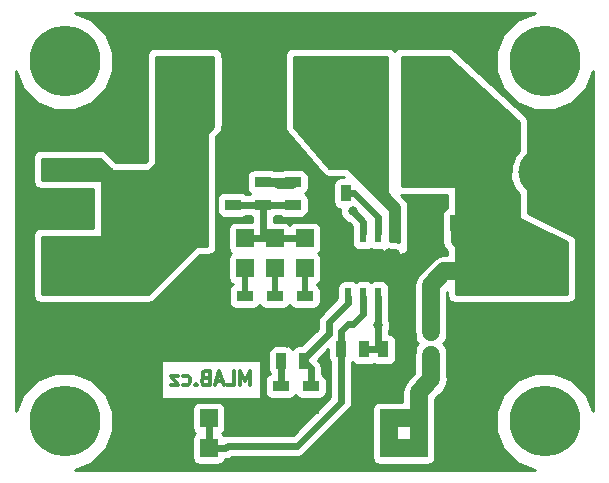
<source format=gbr>
G04 #@! TF.FileFunction,Copper,L2,Bot,Signal*
%FSLAX46Y46*%
G04 Gerber Fmt 4.6, Leading zero omitted, Abs format (unit mm)*
G04 Created by KiCad (PCBNEW 4.0.3-stable) date 09/22/16 07:48:20*
%MOMM*%
%LPD*%
G01*
G04 APERTURE LIST*
%ADD10C,0.500000*%
%ADD11C,0.300000*%
%ADD12R,3.300000X2.410000*%
%ADD13R,0.600000X1.550000*%
%ADD14R,1.397000X0.889000*%
%ADD15R,0.889000X1.397000*%
%ADD16R,3.810000X3.810000*%
%ADD17C,6.000000*%
%ADD18R,3.000000X5.500000*%
%ADD19R,1.524000X1.524000*%
%ADD20R,2.499360X2.301240*%
%ADD21R,1.800860X2.499360*%
%ADD22R,2.700020X2.550160*%
%ADD23R,2.550160X2.700020*%
%ADD24R,4.000000X4.000000*%
%ADD25C,4.000000*%
%ADD26C,0.800000*%
%ADD27C,0.600000*%
%ADD28C,0.800000*%
%ADD29C,1.500000*%
%ADD30C,0.900000*%
%ADD31C,0.254000*%
G04 APERTURE END LIST*
D10*
D11*
X20760915Y8143943D02*
X20760915Y9343943D01*
X20360915Y8486800D01*
X19960915Y9343943D01*
X19960915Y8143943D01*
X18818057Y8143943D02*
X19389486Y8143943D01*
X19389486Y9343943D01*
X18475200Y8486800D02*
X17903771Y8486800D01*
X18589485Y8143943D02*
X18189485Y9343943D01*
X17789485Y8143943D01*
X16989486Y8772514D02*
X16818057Y8715371D01*
X16760914Y8658229D01*
X16703771Y8543943D01*
X16703771Y8372514D01*
X16760914Y8258229D01*
X16818057Y8201086D01*
X16932343Y8143943D01*
X17389486Y8143943D01*
X17389486Y9343943D01*
X16989486Y9343943D01*
X16875200Y9286800D01*
X16818057Y9229657D01*
X16760914Y9115371D01*
X16760914Y9001086D01*
X16818057Y8886800D01*
X16875200Y8829657D01*
X16989486Y8772514D01*
X17389486Y8772514D01*
X16189486Y8258229D02*
X16132343Y8201086D01*
X16189486Y8143943D01*
X16246629Y8201086D01*
X16189486Y8258229D01*
X16189486Y8143943D01*
X15103771Y8201086D02*
X15218057Y8143943D01*
X15446628Y8143943D01*
X15560914Y8201086D01*
X15618057Y8258229D01*
X15675200Y8372514D01*
X15675200Y8715371D01*
X15618057Y8829657D01*
X15560914Y8886800D01*
X15446628Y8943943D01*
X15218057Y8943943D01*
X15103771Y8886800D01*
X14703771Y8943943D02*
X14075200Y8943943D01*
X14703771Y8143943D01*
X14075200Y8143943D01*
D12*
X30988000Y18288000D03*
D13*
X32893000Y15588000D03*
X31623000Y15588000D03*
X30353000Y15588000D03*
X29083000Y15588000D03*
X29083000Y20988000D03*
X30353000Y20988000D03*
X31623000Y20988000D03*
X32893000Y20988000D03*
D14*
X25400000Y15684500D03*
X25400000Y13779500D03*
X20320000Y15684500D03*
X20320000Y13779500D03*
X22860000Y15684500D03*
X22860000Y13779500D03*
X24384000Y25336500D03*
X24384000Y23431500D03*
D15*
X30416500Y11176000D03*
X28511500Y11176000D03*
X25336500Y10160000D03*
X23431500Y10160000D03*
D16*
X45640000Y12700000D03*
X40640000Y12700000D03*
X45640000Y17780000D03*
X40640000Y17780000D03*
X5160000Y12700000D03*
X10160000Y12700000D03*
X5160000Y17780000D03*
X10160000Y17780000D03*
D17*
X5080000Y5080000D03*
X45720000Y35560000D03*
X5080000Y35560000D03*
X45720000Y5080000D03*
D18*
X16336000Y33020000D03*
X26336000Y33020000D03*
D19*
X6350000Y23876000D03*
X3810000Y23876000D03*
X6350000Y26416000D03*
X3810000Y26416000D03*
X14732000Y2794000D03*
X14732000Y5334000D03*
X32512000Y5334000D03*
X32512000Y2794000D03*
X35052000Y5334000D03*
X35052000Y2794000D03*
X37592000Y5334000D03*
X37592000Y2794000D03*
X25400000Y20574000D03*
X25400000Y18034000D03*
X20320000Y20574000D03*
X20320000Y18034000D03*
X22860000Y20574000D03*
X22860000Y18034000D03*
X6350000Y28956000D03*
X3810000Y28956000D03*
X17272000Y2794000D03*
X17272000Y5334000D03*
X29972000Y5334000D03*
X29972000Y2794000D03*
D20*
X30871160Y27940000D03*
X35168840Y27940000D03*
X30871160Y34544000D03*
X35168840Y34544000D03*
D21*
X11176000Y28922980D03*
X11176000Y24925020D03*
D14*
X19304000Y23431500D03*
X19304000Y25336500D03*
D15*
X38100000Y21844000D03*
X36195000Y21844000D03*
D14*
X21844000Y25336500D03*
X21844000Y23431500D03*
D15*
X28892500Y24384000D03*
X26987500Y24384000D03*
D14*
X25908000Y8064500D03*
X25908000Y6159500D03*
X23368000Y8064500D03*
X23368000Y6159500D03*
D15*
X32067500Y11176000D03*
X33972500Y11176000D03*
X13144500Y32004000D03*
X11239500Y32004000D03*
X13144500Y34544000D03*
X11239500Y34544000D03*
D22*
X15748000Y15621000D03*
X15748000Y21971000D03*
D23*
X48387000Y28956000D03*
X42037000Y28956000D03*
X48387000Y23368000D03*
X42037000Y23368000D03*
D15*
X36131500Y8636000D03*
X38036500Y8636000D03*
D14*
X36068000Y12636500D03*
X36068000Y10731500D03*
D24*
X40466000Y26162000D03*
D25*
X45466000Y26162000D03*
D26*
X26924000Y24434800D03*
X46024800Y23672800D03*
X48869600Y31496000D03*
X46177200Y30480000D03*
X48387000Y28956000D03*
X45720000Y28498800D03*
X47498000Y26619200D03*
X48920400Y26263600D03*
X48387000Y23368000D03*
X48818800Y21082000D03*
X49072800Y18389600D03*
X11379200Y8128000D03*
X12700000Y8178800D03*
X12801600Y9550402D03*
X11684000Y9702798D03*
X20828000Y5969000D03*
X19812000Y4699000D03*
X22098000Y4572000D03*
X24003000Y4699000D03*
X21209000Y1397000D03*
X27559000Y2159000D03*
X26289006Y1778000D03*
X24765000Y1397000D03*
X23241000Y1397000D03*
X19558000Y1397000D03*
X28702000Y4445000D03*
X32512000Y7112000D03*
X26416000Y25781000D03*
X10160000Y8128000D03*
X8636000Y8128000D03*
X9652000Y6096000D03*
X9652000Y3556000D03*
X9144000Y1524000D03*
X18288000Y21844000D03*
X18288000Y20828000D03*
X18288000Y19304000D03*
X17272000Y18288000D03*
X18288000Y17272000D03*
X23368000Y29464000D03*
X22352000Y30480000D03*
X20828000Y30480000D03*
X19304000Y30480000D03*
X18796000Y29464000D03*
X18288000Y28448000D03*
X22352000Y26924000D03*
X23368000Y27940000D03*
X21336000Y26924000D03*
X20320000Y26924000D03*
X18796000Y26924000D03*
X38100000Y1524000D03*
X39116000Y2540000D03*
X39116000Y4064000D03*
X39116000Y5588000D03*
X27940000Y3556000D03*
X39116000Y36576000D03*
X37592000Y37592000D03*
X36068000Y37592000D03*
X34036000Y37592000D03*
X32512000Y37592000D03*
X30988000Y37592000D03*
X29464000Y37592000D03*
X27940000Y37592000D03*
X26416000Y37592000D03*
X24892000Y37592000D03*
X23368000Y37592000D03*
X21844000Y37592000D03*
X20320000Y37592000D03*
X18288000Y37592000D03*
X16256000Y37592000D03*
X14224000Y37592000D03*
X11176000Y37592000D03*
X9652000Y34544000D03*
X9144000Y32512000D03*
X7620000Y30988000D03*
X5588000Y30988000D03*
X3556000Y30988000D03*
X1524000Y30988000D03*
X1524000Y28956000D03*
X1524000Y27432000D03*
X1524000Y25908000D03*
X6096000Y22352000D03*
X4572000Y22352000D03*
X3048000Y22352000D03*
X1524000Y24384000D03*
X1524000Y22860000D03*
X1524000Y20828000D03*
X1524000Y19304000D03*
X1524000Y17780000D03*
X1524000Y16256000D03*
X31496000Y7112000D03*
X32004000Y9144000D03*
X29972000Y9144000D03*
X29972000Y7112000D03*
X38100000Y14732000D03*
X38100000Y13716000D03*
X38100000Y12192000D03*
X38100000Y11176000D03*
X38100000Y10160000D03*
X39116000Y10160000D03*
X40640000Y9652000D03*
X41656000Y9652000D03*
X43180000Y9652000D03*
X44704000Y9652000D03*
X46228000Y9652000D03*
X47752000Y9652000D03*
X48768000Y10160000D03*
X48768000Y11684000D03*
X48768000Y13208000D03*
X48768000Y14732000D03*
X23876000Y11684000D03*
X21844000Y11684000D03*
X20320000Y11684000D03*
X18796000Y11684000D03*
X17780000Y12700000D03*
X16256000Y12700000D03*
X14732000Y12700000D03*
X13208000Y14224000D03*
X13208000Y12700000D03*
X13208000Y11684000D03*
X13208000Y10668000D03*
X10668000Y9652000D03*
X9144000Y9652000D03*
X7620000Y9652000D03*
X6096000Y9652000D03*
X4572000Y9652000D03*
X3048000Y9652000D03*
X2032000Y10668000D03*
X2032000Y11684000D03*
X2032000Y12700000D03*
X2032000Y13716000D03*
X27432000Y16002000D03*
X27432000Y17272000D03*
X27432000Y18796000D03*
X27432000Y20320000D03*
X33020000Y13208000D03*
X34036000Y12700000D03*
X34036000Y13716000D03*
X34036000Y14732000D03*
X34036000Y15748000D03*
X34036000Y16764000D03*
X33528000Y18288000D03*
X35052000Y17780000D03*
X35560000Y18796000D03*
X36068000Y20320000D03*
X36576000Y23876000D03*
X35560000Y23876000D03*
X34544000Y23368000D03*
X34544000Y22352000D03*
X34544000Y21336000D03*
X34544000Y20320000D03*
X34544000Y19304000D03*
X32512000Y17272000D03*
X32512000Y19304000D03*
X29464000Y17272000D03*
X29464000Y19304000D03*
X30988000Y18288000D03*
X15240000Y19558000D03*
X31623000Y13208000D03*
X29464000Y22860000D03*
X23114002Y25273000D03*
X34290000Y25527000D03*
D27*
X26974800Y24384000D02*
X26924000Y24434800D01*
X26987500Y24384000D02*
X26974800Y24384000D01*
D11*
X46329600Y23672800D02*
X46024800Y23672800D01*
X48920400Y26263600D02*
X46329600Y23672800D01*
X46177200Y30480000D02*
X47853600Y30480000D01*
X47853600Y30480000D02*
X48869600Y31496000D01*
X47498000Y26619200D02*
X47498000Y26720800D01*
X47498000Y26720800D02*
X45720000Y28498800D01*
X48818800Y21082000D02*
X48818800Y22936200D01*
X48818800Y22936200D02*
X48387000Y23368000D01*
X48768000Y14732000D02*
X48768000Y18084800D01*
X48768000Y18084800D02*
X49072800Y18389600D01*
D27*
X11379200Y7562315D02*
X11379200Y8128000D01*
X11379200Y3759200D02*
X11379200Y7562315D01*
X9144000Y1524000D02*
X11379200Y3759200D01*
X12801600Y10116087D02*
X12801600Y9550402D01*
X12801600Y10261600D02*
X12801600Y10116087D01*
X13208000Y10668000D02*
X12801600Y10261600D01*
X11633202Y9652000D02*
X11684000Y9702798D01*
X10668000Y9652000D02*
X11633202Y9652000D01*
D10*
X20828000Y5969000D02*
X20701000Y5842000D01*
X20701000Y5842000D02*
X20320000Y5842000D01*
X22098000Y4572000D02*
X19939000Y4572000D01*
X19939000Y4572000D02*
X19812000Y4699000D01*
X25908000Y6159500D02*
X25463500Y6159500D01*
X25463500Y6159500D02*
X24003000Y4699000D01*
D27*
X23241000Y1397000D02*
X21209000Y1397000D01*
X27831999Y2431999D02*
X27559000Y2159000D01*
X28194002Y2794000D02*
X27832001Y2431999D01*
X29972000Y2794000D02*
X28194002Y2794000D01*
X27940000Y2539998D02*
X27832001Y2431999D01*
X27832001Y2431999D02*
X27831999Y2431999D01*
X27940000Y3556000D02*
X27940000Y2539998D01*
X25908006Y1397000D02*
X26289006Y1778000D01*
X24765000Y1397000D02*
X25908006Y1397000D01*
X32258000Y8001000D02*
X29101999Y4844999D01*
X29101999Y4844999D02*
X28702000Y4445000D01*
X32512000Y7112000D02*
X32258000Y8001000D01*
X8636000Y8128000D02*
X10160000Y8128000D01*
X9652000Y3556000D02*
X9652000Y6096000D01*
X18288000Y20828000D02*
X18288000Y21844000D01*
X17272000Y18288000D02*
X18288000Y19304000D01*
X17780000Y12700000D02*
X17780000Y16764000D01*
X17780000Y16764000D02*
X18288000Y17272000D01*
X22352000Y30480000D02*
X23368000Y29464000D01*
X19304000Y30480000D02*
X20828000Y30480000D01*
X18288000Y28448000D02*
X18288000Y28956000D01*
X18288000Y28956000D02*
X18796000Y29464000D01*
X23368000Y27940000D02*
X22352000Y26924000D01*
X20320000Y26924000D02*
X21336000Y26924000D01*
X19304000Y25336500D02*
X19304000Y26416000D01*
X19304000Y26416000D02*
X18796000Y26924000D01*
X39116000Y2540000D02*
X38100000Y1524000D01*
X39116000Y5588000D02*
X39116000Y4064000D01*
X37592000Y37592000D02*
X38100000Y37592000D01*
X38100000Y37592000D02*
X39116000Y36576000D01*
X34036000Y37592000D02*
X36068000Y37592000D01*
X30988000Y37592000D02*
X32512000Y37592000D01*
X27940000Y37592000D02*
X29464000Y37592000D01*
X24892000Y37592000D02*
X26416000Y37592000D01*
X21844000Y37592000D02*
X23368000Y37592000D01*
X18288000Y37592000D02*
X20320000Y37592000D01*
X14224000Y37592000D02*
X16256000Y37592000D01*
X9652000Y34544000D02*
X9652000Y36068000D01*
X9652000Y36068000D02*
X11176000Y37592000D01*
X11239500Y34544000D02*
X11176000Y34544000D01*
X11176000Y34544000D02*
X9144000Y32512000D01*
X3556000Y30988000D02*
X5588000Y30988000D01*
X1524000Y28956000D02*
X1524000Y30988000D01*
X1524000Y25908000D02*
X1524000Y27432000D01*
X4572000Y22352000D02*
X6096000Y22352000D01*
X1524000Y24384000D02*
X1524000Y23876000D01*
X1524000Y23876000D02*
X3048000Y22352000D01*
X1524000Y20828000D02*
X1524000Y22860000D01*
X1524000Y17780000D02*
X1524000Y19304000D01*
X2032000Y13716000D02*
X2032000Y15748000D01*
X2032000Y15748000D02*
X1524000Y16256000D01*
X29972000Y9144000D02*
X32004000Y9144000D01*
X29972000Y5334000D02*
X29972000Y7112000D01*
X38100000Y13716000D02*
X38100000Y14732000D01*
X38100000Y11176000D02*
X38100000Y12192000D01*
X39116000Y10160000D02*
X38100000Y10160000D01*
X41656000Y9652000D02*
X40640000Y9652000D01*
X44704000Y9652000D02*
X43180000Y9652000D01*
X47752000Y9652000D02*
X46228000Y9652000D01*
X48768000Y11684000D02*
X48768000Y10160000D01*
X48768000Y14732000D02*
X48768000Y13208000D01*
X21844000Y11684000D02*
X23876000Y11684000D01*
X18796000Y11684000D02*
X20320000Y11684000D01*
X16256000Y12700000D02*
X17780000Y12700000D01*
X13208000Y14224000D02*
X14732000Y12700000D01*
X13208000Y11684000D02*
X13208000Y12700000D01*
X7620000Y9652000D02*
X9144000Y9652000D01*
X4572000Y9652000D02*
X6096000Y9652000D01*
X2032000Y10668000D02*
X3048000Y9652000D01*
X2032000Y12700000D02*
X2032000Y11684000D01*
X5160000Y12700000D02*
X3048000Y12700000D01*
X3048000Y12700000D02*
X2032000Y13716000D01*
X27432000Y18796000D02*
X27432000Y17272000D01*
X29464000Y19304000D02*
X28448000Y19304000D01*
X28448000Y19304000D02*
X27432000Y20320000D01*
X34036000Y13716000D02*
X34036000Y12700000D01*
X34036000Y15748000D02*
X34036000Y14732000D01*
X33528000Y18288000D02*
X33528000Y17272000D01*
X33528000Y17272000D02*
X34036000Y16764000D01*
X35560000Y18796000D02*
X35560000Y18288000D01*
X35560000Y18288000D02*
X35052000Y17780000D01*
X36576000Y23876000D02*
X36576000Y20828000D01*
X36576000Y20828000D02*
X36068000Y20320000D01*
X34544000Y23368000D02*
X35052000Y23368000D01*
X35052000Y23368000D02*
X35560000Y23876000D01*
X34544000Y21336000D02*
X34544000Y22352000D01*
X34544000Y19304000D02*
X34544000Y20320000D01*
D28*
X33020000Y19304000D02*
X32512000Y19304000D01*
D27*
X30988000Y18288000D02*
X31496000Y18288000D01*
X31496000Y18288000D02*
X32512000Y19304000D01*
X30988000Y18288000D02*
X30480000Y18288000D01*
X30480000Y18288000D02*
X29464000Y19304000D01*
D28*
X32893000Y15588000D02*
X32893000Y17145000D01*
X32893000Y17145000D02*
X33020000Y17272000D01*
X15410080Y19558000D02*
X15240000Y19558000D01*
X15748000Y19895920D02*
X15410080Y19558000D01*
X15748000Y21971000D02*
X15748000Y19895920D01*
D27*
X31623000Y15588000D02*
X31623000Y13208000D01*
X31623000Y13208000D02*
X31623000Y11620500D01*
X31623000Y11620500D02*
X32067500Y11176000D01*
X30416500Y11176000D02*
X32067500Y11176000D01*
X23431500Y10160000D02*
X23431500Y8128000D01*
X23431500Y8128000D02*
X23368000Y8064500D01*
X25908000Y8064500D02*
X25908000Y9588500D01*
X25908000Y9588500D02*
X25336500Y10160000D01*
X27432000Y12509500D02*
X25336500Y10414000D01*
X29083000Y15588000D02*
X29083000Y15113000D01*
X29083000Y15113000D02*
X27432000Y13462000D01*
X27432000Y13462000D02*
X27432000Y12509500D01*
X25336500Y10414000D02*
X25336500Y10160000D01*
X29602000Y24384000D02*
X28892500Y24384000D01*
X31623000Y20988000D02*
X31623000Y22363000D01*
X31623000Y22363000D02*
X29602000Y24384000D01*
X30353000Y20988000D02*
X30353000Y21971000D01*
X30353000Y21971000D02*
X29464000Y22860000D01*
X20320000Y20574000D02*
X21844000Y20574000D01*
X21844000Y20574000D02*
X22860000Y20574000D01*
X21844000Y23431500D02*
X21844000Y20574000D01*
X22860000Y20574000D02*
X25400000Y20574000D01*
X21844000Y23431500D02*
X24384000Y23431500D01*
X19304000Y23431500D02*
X21844000Y23431500D01*
X28511500Y11176000D02*
X28511500Y6750502D01*
X18872001Y3032001D02*
X18634000Y2794000D01*
X28511500Y6750502D02*
X24792999Y3032001D01*
X24792999Y3032001D02*
X18872001Y3032001D01*
X18634000Y2794000D02*
X17272000Y2794000D01*
X17272000Y2794000D02*
X17272000Y5334000D01*
X29072000Y13324000D02*
X28511500Y12763500D01*
X28511500Y12763500D02*
X28511500Y11176000D01*
X29464000Y13324000D02*
X29072000Y13324000D01*
X30353000Y15588000D02*
X30353000Y14213000D01*
X30353000Y14213000D02*
X29464000Y13324000D01*
D10*
X22860000Y18034000D02*
X22860000Y15684500D01*
X20320000Y18034000D02*
X20320000Y15684500D01*
X25400000Y18034000D02*
X25400000Y15684500D01*
D29*
X40640000Y17780000D02*
X37235000Y17780000D01*
X37235000Y17780000D02*
X36068000Y16613000D01*
X36068000Y16613000D02*
X36068000Y14581000D01*
X36068000Y14581000D02*
X36068000Y12636500D01*
D30*
X24320500Y25273000D02*
X23679687Y25273000D01*
X24384000Y25336500D02*
X24320500Y25273000D01*
X23679687Y25273000D02*
X23114002Y25273000D01*
D28*
X21844000Y25336500D02*
X24384000Y25336500D01*
X38100000Y21844000D02*
X38100000Y20320000D01*
X38100000Y20320000D02*
X40640000Y17780000D01*
D29*
X36131500Y8636000D02*
X35052000Y7556500D01*
X35052000Y7556500D02*
X35052000Y5334000D01*
X36068000Y10731500D02*
X36068000Y8699500D01*
X36068000Y8699500D02*
X36131500Y8636000D01*
X32512000Y2794000D02*
X32512000Y5334000D01*
X32512000Y2794000D02*
X35052000Y2794000D01*
X35052000Y5334000D02*
X32512000Y5334000D01*
X35052000Y5334000D02*
X35052000Y2794000D01*
D31*
G36*
X17653000Y30024606D02*
X17182197Y29553803D01*
X17154334Y29511789D01*
X17145000Y29464000D01*
X17145000Y19939000D01*
X16256000Y19939000D01*
X16206590Y19928994D01*
X16166197Y19901803D01*
X12139394Y15875000D01*
X3175000Y15875000D01*
X3175000Y20701000D01*
X8128000Y20701000D01*
X8177410Y20711006D01*
X8219035Y20739447D01*
X8246315Y20781841D01*
X8255000Y20828000D01*
X8255000Y25400000D01*
X8244994Y25449410D01*
X8216553Y25491035D01*
X8174159Y25518315D01*
X8128000Y25527000D01*
X3175000Y25527000D01*
X3175000Y27305000D01*
X8075394Y27305000D01*
X9054197Y26326197D01*
X9096211Y26298334D01*
X9144000Y26289000D01*
X12192000Y26289000D01*
X12241410Y26299006D01*
X12281803Y26326197D01*
X12789803Y26834197D01*
X12817666Y26876211D01*
X12827000Y26924000D01*
X12827000Y35941000D01*
X17653000Y35941000D01*
X17653000Y30024606D01*
X17653000Y30024606D01*
G37*
X17653000Y30024606D02*
X17182197Y29553803D01*
X17154334Y29511789D01*
X17145000Y29464000D01*
X17145000Y19939000D01*
X16256000Y19939000D01*
X16206590Y19928994D01*
X16166197Y19901803D01*
X12139394Y15875000D01*
X3175000Y15875000D01*
X3175000Y20701000D01*
X8128000Y20701000D01*
X8177410Y20711006D01*
X8219035Y20739447D01*
X8246315Y20781841D01*
X8255000Y20828000D01*
X8255000Y25400000D01*
X8244994Y25449410D01*
X8216553Y25491035D01*
X8174159Y25518315D01*
X8128000Y25527000D01*
X3175000Y25527000D01*
X3175000Y27305000D01*
X8075394Y27305000D01*
X9054197Y26326197D01*
X9096211Y26298334D01*
X9144000Y26289000D01*
X12192000Y26289000D01*
X12241410Y26299006D01*
X12281803Y26326197D01*
X12789803Y26834197D01*
X12817666Y26876211D01*
X12827000Y26924000D01*
X12827000Y35941000D01*
X17653000Y35941000D01*
X17653000Y30024606D01*
G36*
X43561000Y30424132D02*
X43561000Y27983528D01*
X43233458Y27656557D01*
X42831458Y26688433D01*
X42830543Y25640166D01*
X43230853Y24671342D01*
X43561000Y24340618D01*
X43561000Y22352000D01*
X43571006Y22302590D01*
X43599447Y22260965D01*
X43631204Y22238408D01*
X47625000Y20241510D01*
X47625000Y15875000D01*
X38227000Y15875000D01*
X38227000Y24892000D01*
X38216994Y24941410D01*
X38188553Y24983035D01*
X38146159Y25010315D01*
X38100000Y25019000D01*
X33655000Y25019000D01*
X33655000Y35941000D01*
X37542599Y35941000D01*
X43561000Y30424132D01*
X43561000Y30424132D01*
G37*
X43561000Y30424132D02*
X43561000Y27983528D01*
X43233458Y27656557D01*
X42831458Y26688433D01*
X42830543Y25640166D01*
X43230853Y24671342D01*
X43561000Y24340618D01*
X43561000Y22352000D01*
X43571006Y22302590D01*
X43599447Y22260965D01*
X43631204Y22238408D01*
X47625000Y20241510D01*
X47625000Y15875000D01*
X38227000Y15875000D01*
X38227000Y24892000D01*
X38216994Y24941410D01*
X38188553Y24983035D01*
X38146159Y25010315D01*
X38100000Y25019000D01*
X33655000Y25019000D01*
X33655000Y35941000D01*
X37542599Y35941000D01*
X43561000Y30424132D01*
G36*
X32385000Y24384000D02*
X32395006Y24334590D01*
X32422197Y24294197D01*
X33401000Y23315394D01*
X33401000Y20263214D01*
X33020000Y20339000D01*
X32639000Y20339000D01*
X32639000Y22860000D01*
X32628994Y22909410D01*
X32601803Y22949803D01*
X29045803Y26505803D01*
X29003789Y26533666D01*
X28956000Y26543000D01*
X27490413Y26543000D01*
X24511000Y30018981D01*
X24511000Y35941000D01*
X32385000Y35941000D01*
X32385000Y24384000D01*
X32385000Y24384000D01*
G37*
X32385000Y24384000D02*
X32395006Y24334590D01*
X32422197Y24294197D01*
X33401000Y23315394D01*
X33401000Y20263214D01*
X33020000Y20339000D01*
X32639000Y20339000D01*
X32639000Y22860000D01*
X32628994Y22909410D01*
X32601803Y22949803D01*
X29045803Y26505803D01*
X29003789Y26533666D01*
X28956000Y26543000D01*
X27490413Y26543000D01*
X24511000Y30018981D01*
X24511000Y35941000D01*
X32385000Y35941000D01*
X32385000Y24384000D01*
G36*
X43385296Y39060741D02*
X42223340Y37900810D01*
X41593718Y36384513D01*
X41592285Y34742690D01*
X42219259Y33225296D01*
X43379190Y32063340D01*
X44895487Y31433718D01*
X46537310Y31432285D01*
X48054704Y32059259D01*
X49216660Y33219190D01*
X49836000Y34710725D01*
X49836000Y5925662D01*
X49220741Y7414704D01*
X48060810Y8576660D01*
X46544513Y9206282D01*
X44902690Y9207715D01*
X43385296Y8580741D01*
X42223340Y7420810D01*
X41593718Y5904513D01*
X41592285Y4262690D01*
X42219259Y2745296D01*
X43379190Y1583340D01*
X44870725Y964000D01*
X5925662Y964000D01*
X7414704Y1579259D01*
X8576660Y2739190D01*
X9206282Y4255487D01*
X9207715Y5897310D01*
X9125619Y6096000D01*
X15862560Y6096000D01*
X15862560Y4572000D01*
X15906838Y4336683D01*
X16045910Y4120559D01*
X16127770Y4064626D01*
X16058559Y4020090D01*
X15913569Y3807890D01*
X15862560Y3556000D01*
X15862560Y2032000D01*
X15906838Y1796683D01*
X16045910Y1580559D01*
X16258110Y1435569D01*
X16510000Y1384560D01*
X18034000Y1384560D01*
X18269317Y1428838D01*
X18485441Y1567910D01*
X18630431Y1780110D01*
X18646927Y1861571D01*
X18991809Y1930173D01*
X19241486Y2097001D01*
X24792999Y2097001D01*
X25150808Y2168174D01*
X25454144Y2370856D01*
X29172645Y6089357D01*
X29292678Y6269000D01*
X29375327Y6392693D01*
X29387136Y6452058D01*
X29446501Y6750502D01*
X29446500Y6750507D01*
X29446500Y10070575D01*
X29463374Y10095270D01*
X29507910Y10026059D01*
X29720110Y9881069D01*
X29972000Y9830060D01*
X30861000Y9830060D01*
X31096317Y9874338D01*
X31242907Y9968666D01*
X31371110Y9881069D01*
X31623000Y9830060D01*
X32512000Y9830060D01*
X32747317Y9874338D01*
X32963441Y10013410D01*
X33108431Y10225610D01*
X33159440Y10477500D01*
X33159440Y11874500D01*
X33115162Y12109817D01*
X32976090Y12325941D01*
X32763890Y12470931D01*
X32558000Y12512625D01*
X32558000Y12760829D01*
X32657820Y13001223D01*
X32658179Y13412971D01*
X32558000Y13655424D01*
X32558000Y14751569D01*
X32570440Y14813000D01*
X32570440Y16363000D01*
X32526162Y16598317D01*
X32387090Y16814441D01*
X32174890Y16959431D01*
X31923000Y17010440D01*
X31323000Y17010440D01*
X31087683Y16966162D01*
X30988472Y16902322D01*
X30904890Y16959431D01*
X30653000Y17010440D01*
X30053000Y17010440D01*
X29817683Y16966162D01*
X29718472Y16902322D01*
X29634890Y16959431D01*
X29383000Y17010440D01*
X28783000Y17010440D01*
X28547683Y16966162D01*
X28331559Y16827090D01*
X28186569Y16614890D01*
X28135560Y16363000D01*
X28135560Y15487850D01*
X26770855Y14123145D01*
X26568173Y13819809D01*
X26497000Y13462000D01*
X26497000Y12896790D01*
X25106150Y11505940D01*
X24892000Y11505940D01*
X24656683Y11461662D01*
X24440559Y11322590D01*
X24384626Y11240730D01*
X24340090Y11309941D01*
X24127890Y11454931D01*
X23876000Y11505940D01*
X22987000Y11505940D01*
X22751683Y11461662D01*
X22535559Y11322590D01*
X22390569Y11110390D01*
X22339560Y10858500D01*
X22339560Y9461500D01*
X22383838Y9226183D01*
X22454722Y9116027D01*
X22434183Y9112162D01*
X22218059Y8973090D01*
X22073069Y8760890D01*
X22022060Y8509000D01*
X22022060Y7620000D01*
X22066338Y7384683D01*
X22205410Y7168559D01*
X22417610Y7023569D01*
X22669500Y6972560D01*
X24066500Y6972560D01*
X24301817Y7016838D01*
X24517941Y7155910D01*
X24639278Y7333493D01*
X24745410Y7168559D01*
X24957610Y7023569D01*
X25209500Y6972560D01*
X26606500Y6972560D01*
X26841817Y7016838D01*
X27057941Y7155910D01*
X27202931Y7368110D01*
X27253940Y7620000D01*
X27253940Y8509000D01*
X27209662Y8744317D01*
X27070590Y8960441D01*
X26858390Y9105431D01*
X26843000Y9108548D01*
X26843000Y9588500D01*
X26771827Y9946309D01*
X26569145Y10249645D01*
X26531790Y10287000D01*
X27419560Y11174770D01*
X27419560Y10477500D01*
X27463838Y10242183D01*
X27576500Y10067101D01*
X27576500Y7137792D01*
X24405709Y3967001D01*
X18872001Y3967001D01*
X18563588Y3905654D01*
X18498090Y4007441D01*
X18416230Y4063374D01*
X18485441Y4107910D01*
X18630431Y4320110D01*
X18681440Y4572000D01*
X18681440Y6096000D01*
X18637162Y6331317D01*
X18498090Y6547441D01*
X18285890Y6692431D01*
X18034000Y6743440D01*
X16510000Y6743440D01*
X16274683Y6699162D01*
X16058559Y6560090D01*
X15913569Y6347890D01*
X15862560Y6096000D01*
X9125619Y6096000D01*
X8580741Y7414704D01*
X7420810Y8576660D01*
X5904513Y9206282D01*
X4262690Y9207715D01*
X2745296Y8580741D01*
X1583340Y7420810D01*
X964000Y5929275D01*
X964000Y10311800D01*
X13268771Y10311800D01*
X13268771Y6941800D01*
X21681629Y6941800D01*
X21681629Y10311800D01*
X13268771Y10311800D01*
X964000Y10311800D01*
X964000Y27178000D01*
X2400560Y27178000D01*
X2400560Y25654000D01*
X2413000Y25587887D01*
X2413000Y25400000D01*
X2456427Y25169205D01*
X2592827Y24957233D01*
X2800949Y24815029D01*
X3048000Y24765000D01*
X7493000Y24765000D01*
X7493000Y21463000D01*
X3048000Y21463000D01*
X2817205Y21419573D01*
X2605233Y21283173D01*
X2463029Y21075051D01*
X2413000Y20828000D01*
X2413000Y15748000D01*
X2456427Y15517205D01*
X2592827Y15305233D01*
X2800949Y15163029D01*
X3048000Y15113000D01*
X12192000Y15113000D01*
X12430946Y15159672D01*
X12641013Y15298987D01*
X16519026Y19177000D01*
X17272000Y19177000D01*
X17502795Y19220427D01*
X17714767Y19356827D01*
X17856971Y19564949D01*
X17907000Y19812000D01*
X17907000Y23876000D01*
X17958060Y23876000D01*
X17958060Y22987000D01*
X18002338Y22751683D01*
X18141410Y22535559D01*
X18353610Y22390569D01*
X18605500Y22339560D01*
X20002500Y22339560D01*
X20237817Y22383838D01*
X20412899Y22496500D01*
X20738575Y22496500D01*
X20893610Y22390569D01*
X20909000Y22387452D01*
X20909000Y21983440D01*
X19558000Y21983440D01*
X19322683Y21939162D01*
X19106559Y21800090D01*
X18961569Y21587890D01*
X18910560Y21336000D01*
X18910560Y19812000D01*
X18954838Y19576683D01*
X19093910Y19360559D01*
X19175770Y19304626D01*
X19106559Y19260090D01*
X18961569Y19047890D01*
X18910560Y18796000D01*
X18910560Y17272000D01*
X18954838Y17036683D01*
X19093910Y16820559D01*
X19302291Y16678179D01*
X19170059Y16593090D01*
X19025069Y16380890D01*
X18974060Y16129000D01*
X18974060Y15240000D01*
X19018338Y15004683D01*
X19157410Y14788559D01*
X19369610Y14643569D01*
X19621500Y14592560D01*
X21018500Y14592560D01*
X21253817Y14636838D01*
X21469941Y14775910D01*
X21591278Y14953493D01*
X21697410Y14788559D01*
X21909610Y14643569D01*
X22161500Y14592560D01*
X23558500Y14592560D01*
X23793817Y14636838D01*
X24009941Y14775910D01*
X24131278Y14953493D01*
X24237410Y14788559D01*
X24449610Y14643569D01*
X24701500Y14592560D01*
X26098500Y14592560D01*
X26333817Y14636838D01*
X26549941Y14775910D01*
X26694931Y14988110D01*
X26745940Y15240000D01*
X26745940Y16129000D01*
X26701662Y16364317D01*
X26562590Y16580441D01*
X26415805Y16680735D01*
X26613441Y16807910D01*
X26758431Y17020110D01*
X26809440Y17272000D01*
X26809440Y18796000D01*
X26765162Y19031317D01*
X26626090Y19247441D01*
X26544230Y19303374D01*
X26613441Y19347910D01*
X26758431Y19560110D01*
X26809440Y19812000D01*
X26809440Y21336000D01*
X26765162Y21571317D01*
X26626090Y21787441D01*
X26413890Y21932431D01*
X26162000Y21983440D01*
X24638000Y21983440D01*
X24402683Y21939162D01*
X24186559Y21800090D01*
X24130626Y21718230D01*
X24086090Y21787441D01*
X23873890Y21932431D01*
X23622000Y21983440D01*
X22779000Y21983440D01*
X22779000Y22384599D01*
X22952899Y22496500D01*
X23278575Y22496500D01*
X23433610Y22390569D01*
X23685500Y22339560D01*
X25082500Y22339560D01*
X25317817Y22383838D01*
X25533941Y22522910D01*
X25678931Y22735110D01*
X25729940Y22987000D01*
X25729940Y23876000D01*
X25685662Y24111317D01*
X25546590Y24327441D01*
X25464730Y24383374D01*
X25533941Y24427910D01*
X25678931Y24640110D01*
X25729940Y24892000D01*
X25729940Y25781000D01*
X25685662Y26016317D01*
X25546590Y26232441D01*
X25334390Y26377431D01*
X25082500Y26428440D01*
X23685500Y26428440D01*
X23450183Y26384162D01*
X23430506Y26371500D01*
X22803070Y26371500D01*
X22794390Y26377431D01*
X22542500Y26428440D01*
X21145500Y26428440D01*
X20910183Y26384162D01*
X20694059Y26245090D01*
X20549069Y26032890D01*
X20498060Y25781000D01*
X20498060Y24892000D01*
X20542338Y24656683D01*
X20681410Y24440559D01*
X20763270Y24384626D01*
X20735101Y24366500D01*
X20409425Y24366500D01*
X20254390Y24472431D01*
X20002500Y24523440D01*
X18605500Y24523440D01*
X18370183Y24479162D01*
X18154059Y24340090D01*
X18009069Y24127890D01*
X17958060Y23876000D01*
X17907000Y23876000D01*
X17907000Y29200974D01*
X18229013Y29522987D01*
X18364971Y29724949D01*
X18415000Y29972000D01*
X18415000Y29992599D01*
X18432431Y30018110D01*
X18483440Y30270000D01*
X18483440Y35770000D01*
X18439162Y36005317D01*
X18415000Y36042866D01*
X18415000Y36068000D01*
X23749000Y36068000D01*
X23749000Y29972000D01*
X23779079Y29778881D01*
X23901872Y29558747D01*
X26949872Y26002747D01*
X27184949Y25831029D01*
X27432000Y25781000D01*
X28692974Y25781000D01*
X28744034Y25729940D01*
X28448000Y25729940D01*
X28212683Y25685662D01*
X27996559Y25546590D01*
X27851569Y25334390D01*
X27800560Y25082500D01*
X27800560Y23685500D01*
X27844838Y23450183D01*
X27983910Y23234059D01*
X28196110Y23089069D01*
X28429158Y23041876D01*
X28428821Y22655029D01*
X28586058Y22274485D01*
X28876954Y21983081D01*
X29119231Y21882479D01*
X29405560Y21596150D01*
X29405560Y20213000D01*
X29449838Y19977683D01*
X29588910Y19761559D01*
X29801110Y19616569D01*
X30053000Y19565560D01*
X30653000Y19565560D01*
X30888317Y19609838D01*
X30987528Y19673678D01*
X31071110Y19616569D01*
X31323000Y19565560D01*
X31923000Y19565560D01*
X31929685Y19566818D01*
X32056827Y19369233D01*
X32264949Y19227029D01*
X32512000Y19177000D01*
X33528000Y19177000D01*
X33758795Y19220427D01*
X33970767Y19356827D01*
X34112971Y19564949D01*
X34163000Y19812000D01*
X34163000Y23368000D01*
X34116328Y23606946D01*
X33977013Y23817013D01*
X33537026Y24257000D01*
X37465000Y24257000D01*
X37465000Y23154095D01*
X37420183Y23145662D01*
X37204059Y23006590D01*
X37059069Y22794390D01*
X37008060Y22542500D01*
X37008060Y21145500D01*
X37052338Y20910183D01*
X37065000Y20890506D01*
X37065000Y20320005D01*
X37064999Y20320000D01*
X37143785Y19923923D01*
X37368144Y19588144D01*
X37465000Y19491288D01*
X37465000Y19165000D01*
X37235000Y19165000D01*
X36704983Y19059573D01*
X36525588Y18939705D01*
X36255657Y18759343D01*
X35088657Y17592343D01*
X34788427Y17143017D01*
X34683000Y16613000D01*
X34683000Y12636500D01*
X34722060Y12440132D01*
X34722060Y12192000D01*
X34766338Y11956683D01*
X34905410Y11740559D01*
X34987270Y11684626D01*
X34918059Y11640090D01*
X34773069Y11427890D01*
X34722060Y11176000D01*
X34722060Y10927868D01*
X34683000Y10731500D01*
X34683000Y9146186D01*
X34072657Y8535843D01*
X33772427Y8086517D01*
X33667000Y7556500D01*
X33667000Y6719000D01*
X33394688Y6719000D01*
X33274000Y6743440D01*
X31750000Y6743440D01*
X31514683Y6699162D01*
X31298559Y6560090D01*
X31153569Y6347890D01*
X31102560Y6096000D01*
X31102560Y4572000D01*
X31127000Y4442113D01*
X31127000Y3676688D01*
X31102560Y3556000D01*
X31102560Y2032000D01*
X31146838Y1796683D01*
X31285910Y1580559D01*
X31498110Y1435569D01*
X31750000Y1384560D01*
X33274000Y1384560D01*
X33403887Y1409000D01*
X34169312Y1409000D01*
X34290000Y1384560D01*
X35814000Y1384560D01*
X36049317Y1428838D01*
X36265441Y1567910D01*
X36410431Y1780110D01*
X36461440Y2032000D01*
X36461440Y3556000D01*
X36437000Y3685887D01*
X36437000Y4451312D01*
X36461440Y4572000D01*
X36461440Y6096000D01*
X36437000Y6225887D01*
X36437000Y6982814D01*
X36783241Y7329055D01*
X36811317Y7334338D01*
X37027441Y7473410D01*
X37172431Y7685610D01*
X37190801Y7776322D01*
X37411074Y8105984D01*
X37516500Y8636000D01*
X37453000Y8955238D01*
X37453000Y10731500D01*
X37413940Y10927868D01*
X37413940Y11176000D01*
X37369662Y11411317D01*
X37230590Y11627441D01*
X37148730Y11683374D01*
X37217941Y11727910D01*
X37362931Y11940110D01*
X37413940Y12192000D01*
X37413940Y12440132D01*
X37453000Y12636500D01*
X37453000Y16039314D01*
X37465000Y16051314D01*
X37465000Y15748000D01*
X37508427Y15517205D01*
X37644827Y15305233D01*
X37852949Y15163029D01*
X38100000Y15113000D01*
X47752000Y15113000D01*
X47982795Y15156427D01*
X48194767Y15292827D01*
X48336971Y15500949D01*
X48387000Y15748000D01*
X48387000Y20320000D01*
X48357130Y20512463D01*
X48234576Y20732730D01*
X48035981Y20887961D01*
X44323000Y22744452D01*
X44323000Y30480000D01*
X44265394Y30744276D01*
X44117085Y30948093D01*
X38021085Y36536093D01*
X37839051Y36652971D01*
X37592000Y36703000D01*
X33528000Y36703000D01*
X33297205Y36659573D01*
X33085233Y36523173D01*
X33020321Y36428172D01*
X32967173Y36510767D01*
X32759051Y36652971D01*
X32512000Y36703000D01*
X24384000Y36703000D01*
X24153205Y36659573D01*
X23941233Y36523173D01*
X23799029Y36315051D01*
X23749000Y36068000D01*
X18415000Y36068000D01*
X18371573Y36298795D01*
X18235173Y36510767D01*
X18027051Y36652971D01*
X17780000Y36703000D01*
X12700000Y36703000D01*
X12469205Y36659573D01*
X12257233Y36523173D01*
X12115029Y36315051D01*
X12065000Y36068000D01*
X12065000Y35303931D01*
X12052560Y35242500D01*
X12052560Y33845500D01*
X12065000Y33779387D01*
X12065000Y32763931D01*
X12052560Y32702500D01*
X12052560Y31305500D01*
X12065000Y31239387D01*
X12065000Y27187026D01*
X11928974Y27051000D01*
X9407026Y27051000D01*
X8577013Y27881013D01*
X8375051Y28016971D01*
X8128000Y28067000D01*
X3048000Y28067000D01*
X2817205Y28023573D01*
X2605233Y27887173D01*
X2463029Y27679051D01*
X2413000Y27432000D01*
X2413000Y27239431D01*
X2400560Y27178000D01*
X964000Y27178000D01*
X964000Y34714338D01*
X1579259Y33225296D01*
X2739190Y32063340D01*
X4255487Y31433718D01*
X5897310Y31432285D01*
X7414704Y32059259D01*
X8576660Y33219190D01*
X9206282Y34735487D01*
X9207715Y36377310D01*
X8580741Y37894704D01*
X7420810Y39056660D01*
X5929275Y39676000D01*
X44874338Y39676000D01*
X43385296Y39060741D01*
X43385296Y39060741D01*
G37*
X43385296Y39060741D02*
X42223340Y37900810D01*
X41593718Y36384513D01*
X41592285Y34742690D01*
X42219259Y33225296D01*
X43379190Y32063340D01*
X44895487Y31433718D01*
X46537310Y31432285D01*
X48054704Y32059259D01*
X49216660Y33219190D01*
X49836000Y34710725D01*
X49836000Y5925662D01*
X49220741Y7414704D01*
X48060810Y8576660D01*
X46544513Y9206282D01*
X44902690Y9207715D01*
X43385296Y8580741D01*
X42223340Y7420810D01*
X41593718Y5904513D01*
X41592285Y4262690D01*
X42219259Y2745296D01*
X43379190Y1583340D01*
X44870725Y964000D01*
X5925662Y964000D01*
X7414704Y1579259D01*
X8576660Y2739190D01*
X9206282Y4255487D01*
X9207715Y5897310D01*
X9125619Y6096000D01*
X15862560Y6096000D01*
X15862560Y4572000D01*
X15906838Y4336683D01*
X16045910Y4120559D01*
X16127770Y4064626D01*
X16058559Y4020090D01*
X15913569Y3807890D01*
X15862560Y3556000D01*
X15862560Y2032000D01*
X15906838Y1796683D01*
X16045910Y1580559D01*
X16258110Y1435569D01*
X16510000Y1384560D01*
X18034000Y1384560D01*
X18269317Y1428838D01*
X18485441Y1567910D01*
X18630431Y1780110D01*
X18646927Y1861571D01*
X18991809Y1930173D01*
X19241486Y2097001D01*
X24792999Y2097001D01*
X25150808Y2168174D01*
X25454144Y2370856D01*
X29172645Y6089357D01*
X29292678Y6269000D01*
X29375327Y6392693D01*
X29387136Y6452058D01*
X29446501Y6750502D01*
X29446500Y6750507D01*
X29446500Y10070575D01*
X29463374Y10095270D01*
X29507910Y10026059D01*
X29720110Y9881069D01*
X29972000Y9830060D01*
X30861000Y9830060D01*
X31096317Y9874338D01*
X31242907Y9968666D01*
X31371110Y9881069D01*
X31623000Y9830060D01*
X32512000Y9830060D01*
X32747317Y9874338D01*
X32963441Y10013410D01*
X33108431Y10225610D01*
X33159440Y10477500D01*
X33159440Y11874500D01*
X33115162Y12109817D01*
X32976090Y12325941D01*
X32763890Y12470931D01*
X32558000Y12512625D01*
X32558000Y12760829D01*
X32657820Y13001223D01*
X32658179Y13412971D01*
X32558000Y13655424D01*
X32558000Y14751569D01*
X32570440Y14813000D01*
X32570440Y16363000D01*
X32526162Y16598317D01*
X32387090Y16814441D01*
X32174890Y16959431D01*
X31923000Y17010440D01*
X31323000Y17010440D01*
X31087683Y16966162D01*
X30988472Y16902322D01*
X30904890Y16959431D01*
X30653000Y17010440D01*
X30053000Y17010440D01*
X29817683Y16966162D01*
X29718472Y16902322D01*
X29634890Y16959431D01*
X29383000Y17010440D01*
X28783000Y17010440D01*
X28547683Y16966162D01*
X28331559Y16827090D01*
X28186569Y16614890D01*
X28135560Y16363000D01*
X28135560Y15487850D01*
X26770855Y14123145D01*
X26568173Y13819809D01*
X26497000Y13462000D01*
X26497000Y12896790D01*
X25106150Y11505940D01*
X24892000Y11505940D01*
X24656683Y11461662D01*
X24440559Y11322590D01*
X24384626Y11240730D01*
X24340090Y11309941D01*
X24127890Y11454931D01*
X23876000Y11505940D01*
X22987000Y11505940D01*
X22751683Y11461662D01*
X22535559Y11322590D01*
X22390569Y11110390D01*
X22339560Y10858500D01*
X22339560Y9461500D01*
X22383838Y9226183D01*
X22454722Y9116027D01*
X22434183Y9112162D01*
X22218059Y8973090D01*
X22073069Y8760890D01*
X22022060Y8509000D01*
X22022060Y7620000D01*
X22066338Y7384683D01*
X22205410Y7168559D01*
X22417610Y7023569D01*
X22669500Y6972560D01*
X24066500Y6972560D01*
X24301817Y7016838D01*
X24517941Y7155910D01*
X24639278Y7333493D01*
X24745410Y7168559D01*
X24957610Y7023569D01*
X25209500Y6972560D01*
X26606500Y6972560D01*
X26841817Y7016838D01*
X27057941Y7155910D01*
X27202931Y7368110D01*
X27253940Y7620000D01*
X27253940Y8509000D01*
X27209662Y8744317D01*
X27070590Y8960441D01*
X26858390Y9105431D01*
X26843000Y9108548D01*
X26843000Y9588500D01*
X26771827Y9946309D01*
X26569145Y10249645D01*
X26531790Y10287000D01*
X27419560Y11174770D01*
X27419560Y10477500D01*
X27463838Y10242183D01*
X27576500Y10067101D01*
X27576500Y7137792D01*
X24405709Y3967001D01*
X18872001Y3967001D01*
X18563588Y3905654D01*
X18498090Y4007441D01*
X18416230Y4063374D01*
X18485441Y4107910D01*
X18630431Y4320110D01*
X18681440Y4572000D01*
X18681440Y6096000D01*
X18637162Y6331317D01*
X18498090Y6547441D01*
X18285890Y6692431D01*
X18034000Y6743440D01*
X16510000Y6743440D01*
X16274683Y6699162D01*
X16058559Y6560090D01*
X15913569Y6347890D01*
X15862560Y6096000D01*
X9125619Y6096000D01*
X8580741Y7414704D01*
X7420810Y8576660D01*
X5904513Y9206282D01*
X4262690Y9207715D01*
X2745296Y8580741D01*
X1583340Y7420810D01*
X964000Y5929275D01*
X964000Y10311800D01*
X13268771Y10311800D01*
X13268771Y6941800D01*
X21681629Y6941800D01*
X21681629Y10311800D01*
X13268771Y10311800D01*
X964000Y10311800D01*
X964000Y27178000D01*
X2400560Y27178000D01*
X2400560Y25654000D01*
X2413000Y25587887D01*
X2413000Y25400000D01*
X2456427Y25169205D01*
X2592827Y24957233D01*
X2800949Y24815029D01*
X3048000Y24765000D01*
X7493000Y24765000D01*
X7493000Y21463000D01*
X3048000Y21463000D01*
X2817205Y21419573D01*
X2605233Y21283173D01*
X2463029Y21075051D01*
X2413000Y20828000D01*
X2413000Y15748000D01*
X2456427Y15517205D01*
X2592827Y15305233D01*
X2800949Y15163029D01*
X3048000Y15113000D01*
X12192000Y15113000D01*
X12430946Y15159672D01*
X12641013Y15298987D01*
X16519026Y19177000D01*
X17272000Y19177000D01*
X17502795Y19220427D01*
X17714767Y19356827D01*
X17856971Y19564949D01*
X17907000Y19812000D01*
X17907000Y23876000D01*
X17958060Y23876000D01*
X17958060Y22987000D01*
X18002338Y22751683D01*
X18141410Y22535559D01*
X18353610Y22390569D01*
X18605500Y22339560D01*
X20002500Y22339560D01*
X20237817Y22383838D01*
X20412899Y22496500D01*
X20738575Y22496500D01*
X20893610Y22390569D01*
X20909000Y22387452D01*
X20909000Y21983440D01*
X19558000Y21983440D01*
X19322683Y21939162D01*
X19106559Y21800090D01*
X18961569Y21587890D01*
X18910560Y21336000D01*
X18910560Y19812000D01*
X18954838Y19576683D01*
X19093910Y19360559D01*
X19175770Y19304626D01*
X19106559Y19260090D01*
X18961569Y19047890D01*
X18910560Y18796000D01*
X18910560Y17272000D01*
X18954838Y17036683D01*
X19093910Y16820559D01*
X19302291Y16678179D01*
X19170059Y16593090D01*
X19025069Y16380890D01*
X18974060Y16129000D01*
X18974060Y15240000D01*
X19018338Y15004683D01*
X19157410Y14788559D01*
X19369610Y14643569D01*
X19621500Y14592560D01*
X21018500Y14592560D01*
X21253817Y14636838D01*
X21469941Y14775910D01*
X21591278Y14953493D01*
X21697410Y14788559D01*
X21909610Y14643569D01*
X22161500Y14592560D01*
X23558500Y14592560D01*
X23793817Y14636838D01*
X24009941Y14775910D01*
X24131278Y14953493D01*
X24237410Y14788559D01*
X24449610Y14643569D01*
X24701500Y14592560D01*
X26098500Y14592560D01*
X26333817Y14636838D01*
X26549941Y14775910D01*
X26694931Y14988110D01*
X26745940Y15240000D01*
X26745940Y16129000D01*
X26701662Y16364317D01*
X26562590Y16580441D01*
X26415805Y16680735D01*
X26613441Y16807910D01*
X26758431Y17020110D01*
X26809440Y17272000D01*
X26809440Y18796000D01*
X26765162Y19031317D01*
X26626090Y19247441D01*
X26544230Y19303374D01*
X26613441Y19347910D01*
X26758431Y19560110D01*
X26809440Y19812000D01*
X26809440Y21336000D01*
X26765162Y21571317D01*
X26626090Y21787441D01*
X26413890Y21932431D01*
X26162000Y21983440D01*
X24638000Y21983440D01*
X24402683Y21939162D01*
X24186559Y21800090D01*
X24130626Y21718230D01*
X24086090Y21787441D01*
X23873890Y21932431D01*
X23622000Y21983440D01*
X22779000Y21983440D01*
X22779000Y22384599D01*
X22952899Y22496500D01*
X23278575Y22496500D01*
X23433610Y22390569D01*
X23685500Y22339560D01*
X25082500Y22339560D01*
X25317817Y22383838D01*
X25533941Y22522910D01*
X25678931Y22735110D01*
X25729940Y22987000D01*
X25729940Y23876000D01*
X25685662Y24111317D01*
X25546590Y24327441D01*
X25464730Y24383374D01*
X25533941Y24427910D01*
X25678931Y24640110D01*
X25729940Y24892000D01*
X25729940Y25781000D01*
X25685662Y26016317D01*
X25546590Y26232441D01*
X25334390Y26377431D01*
X25082500Y26428440D01*
X23685500Y26428440D01*
X23450183Y26384162D01*
X23430506Y26371500D01*
X22803070Y26371500D01*
X22794390Y26377431D01*
X22542500Y26428440D01*
X21145500Y26428440D01*
X20910183Y26384162D01*
X20694059Y26245090D01*
X20549069Y26032890D01*
X20498060Y25781000D01*
X20498060Y24892000D01*
X20542338Y24656683D01*
X20681410Y24440559D01*
X20763270Y24384626D01*
X20735101Y24366500D01*
X20409425Y24366500D01*
X20254390Y24472431D01*
X20002500Y24523440D01*
X18605500Y24523440D01*
X18370183Y24479162D01*
X18154059Y24340090D01*
X18009069Y24127890D01*
X17958060Y23876000D01*
X17907000Y23876000D01*
X17907000Y29200974D01*
X18229013Y29522987D01*
X18364971Y29724949D01*
X18415000Y29972000D01*
X18415000Y29992599D01*
X18432431Y30018110D01*
X18483440Y30270000D01*
X18483440Y35770000D01*
X18439162Y36005317D01*
X18415000Y36042866D01*
X18415000Y36068000D01*
X23749000Y36068000D01*
X23749000Y29972000D01*
X23779079Y29778881D01*
X23901872Y29558747D01*
X26949872Y26002747D01*
X27184949Y25831029D01*
X27432000Y25781000D01*
X28692974Y25781000D01*
X28744034Y25729940D01*
X28448000Y25729940D01*
X28212683Y25685662D01*
X27996559Y25546590D01*
X27851569Y25334390D01*
X27800560Y25082500D01*
X27800560Y23685500D01*
X27844838Y23450183D01*
X27983910Y23234059D01*
X28196110Y23089069D01*
X28429158Y23041876D01*
X28428821Y22655029D01*
X28586058Y22274485D01*
X28876954Y21983081D01*
X29119231Y21882479D01*
X29405560Y21596150D01*
X29405560Y20213000D01*
X29449838Y19977683D01*
X29588910Y19761559D01*
X29801110Y19616569D01*
X30053000Y19565560D01*
X30653000Y19565560D01*
X30888317Y19609838D01*
X30987528Y19673678D01*
X31071110Y19616569D01*
X31323000Y19565560D01*
X31923000Y19565560D01*
X31929685Y19566818D01*
X32056827Y19369233D01*
X32264949Y19227029D01*
X32512000Y19177000D01*
X33528000Y19177000D01*
X33758795Y19220427D01*
X33970767Y19356827D01*
X34112971Y19564949D01*
X34163000Y19812000D01*
X34163000Y23368000D01*
X34116328Y23606946D01*
X33977013Y23817013D01*
X33537026Y24257000D01*
X37465000Y24257000D01*
X37465000Y23154095D01*
X37420183Y23145662D01*
X37204059Y23006590D01*
X37059069Y22794390D01*
X37008060Y22542500D01*
X37008060Y21145500D01*
X37052338Y20910183D01*
X37065000Y20890506D01*
X37065000Y20320005D01*
X37064999Y20320000D01*
X37143785Y19923923D01*
X37368144Y19588144D01*
X37465000Y19491288D01*
X37465000Y19165000D01*
X37235000Y19165000D01*
X36704983Y19059573D01*
X36525588Y18939705D01*
X36255657Y18759343D01*
X35088657Y17592343D01*
X34788427Y17143017D01*
X34683000Y16613000D01*
X34683000Y12636500D01*
X34722060Y12440132D01*
X34722060Y12192000D01*
X34766338Y11956683D01*
X34905410Y11740559D01*
X34987270Y11684626D01*
X34918059Y11640090D01*
X34773069Y11427890D01*
X34722060Y11176000D01*
X34722060Y10927868D01*
X34683000Y10731500D01*
X34683000Y9146186D01*
X34072657Y8535843D01*
X33772427Y8086517D01*
X33667000Y7556500D01*
X33667000Y6719000D01*
X33394688Y6719000D01*
X33274000Y6743440D01*
X31750000Y6743440D01*
X31514683Y6699162D01*
X31298559Y6560090D01*
X31153569Y6347890D01*
X31102560Y6096000D01*
X31102560Y4572000D01*
X31127000Y4442113D01*
X31127000Y3676688D01*
X31102560Y3556000D01*
X31102560Y2032000D01*
X31146838Y1796683D01*
X31285910Y1580559D01*
X31498110Y1435569D01*
X31750000Y1384560D01*
X33274000Y1384560D01*
X33403887Y1409000D01*
X34169312Y1409000D01*
X34290000Y1384560D01*
X35814000Y1384560D01*
X36049317Y1428838D01*
X36265441Y1567910D01*
X36410431Y1780110D01*
X36461440Y2032000D01*
X36461440Y3556000D01*
X36437000Y3685887D01*
X36437000Y4451312D01*
X36461440Y4572000D01*
X36461440Y6096000D01*
X36437000Y6225887D01*
X36437000Y6982814D01*
X36783241Y7329055D01*
X36811317Y7334338D01*
X37027441Y7473410D01*
X37172431Y7685610D01*
X37190801Y7776322D01*
X37411074Y8105984D01*
X37516500Y8636000D01*
X37453000Y8955238D01*
X37453000Y10731500D01*
X37413940Y10927868D01*
X37413940Y11176000D01*
X37369662Y11411317D01*
X37230590Y11627441D01*
X37148730Y11683374D01*
X37217941Y11727910D01*
X37362931Y11940110D01*
X37413940Y12192000D01*
X37413940Y12440132D01*
X37453000Y12636500D01*
X37453000Y16039314D01*
X37465000Y16051314D01*
X37465000Y15748000D01*
X37508427Y15517205D01*
X37644827Y15305233D01*
X37852949Y15163029D01*
X38100000Y15113000D01*
X47752000Y15113000D01*
X47982795Y15156427D01*
X48194767Y15292827D01*
X48336971Y15500949D01*
X48387000Y15748000D01*
X48387000Y20320000D01*
X48357130Y20512463D01*
X48234576Y20732730D01*
X48035981Y20887961D01*
X44323000Y22744452D01*
X44323000Y30480000D01*
X44265394Y30744276D01*
X44117085Y30948093D01*
X38021085Y36536093D01*
X37839051Y36652971D01*
X37592000Y36703000D01*
X33528000Y36703000D01*
X33297205Y36659573D01*
X33085233Y36523173D01*
X33020321Y36428172D01*
X32967173Y36510767D01*
X32759051Y36652971D01*
X32512000Y36703000D01*
X24384000Y36703000D01*
X24153205Y36659573D01*
X23941233Y36523173D01*
X23799029Y36315051D01*
X23749000Y36068000D01*
X18415000Y36068000D01*
X18371573Y36298795D01*
X18235173Y36510767D01*
X18027051Y36652971D01*
X17780000Y36703000D01*
X12700000Y36703000D01*
X12469205Y36659573D01*
X12257233Y36523173D01*
X12115029Y36315051D01*
X12065000Y36068000D01*
X12065000Y35303931D01*
X12052560Y35242500D01*
X12052560Y33845500D01*
X12065000Y33779387D01*
X12065000Y32763931D01*
X12052560Y32702500D01*
X12052560Y31305500D01*
X12065000Y31239387D01*
X12065000Y27187026D01*
X11928974Y27051000D01*
X9407026Y27051000D01*
X8577013Y27881013D01*
X8375051Y28016971D01*
X8128000Y28067000D01*
X3048000Y28067000D01*
X2817205Y28023573D01*
X2605233Y27887173D01*
X2463029Y27679051D01*
X2413000Y27432000D01*
X2413000Y27239431D01*
X2400560Y27178000D01*
X964000Y27178000D01*
X964000Y34714338D01*
X1579259Y33225296D01*
X2739190Y32063340D01*
X4255487Y31433718D01*
X5897310Y31432285D01*
X7414704Y32059259D01*
X8576660Y33219190D01*
X9206282Y34735487D01*
X9207715Y36377310D01*
X8580741Y37894704D01*
X7420810Y39056660D01*
X5929275Y39676000D01*
X44874338Y39676000D01*
X43385296Y39060741D01*
M02*

</source>
